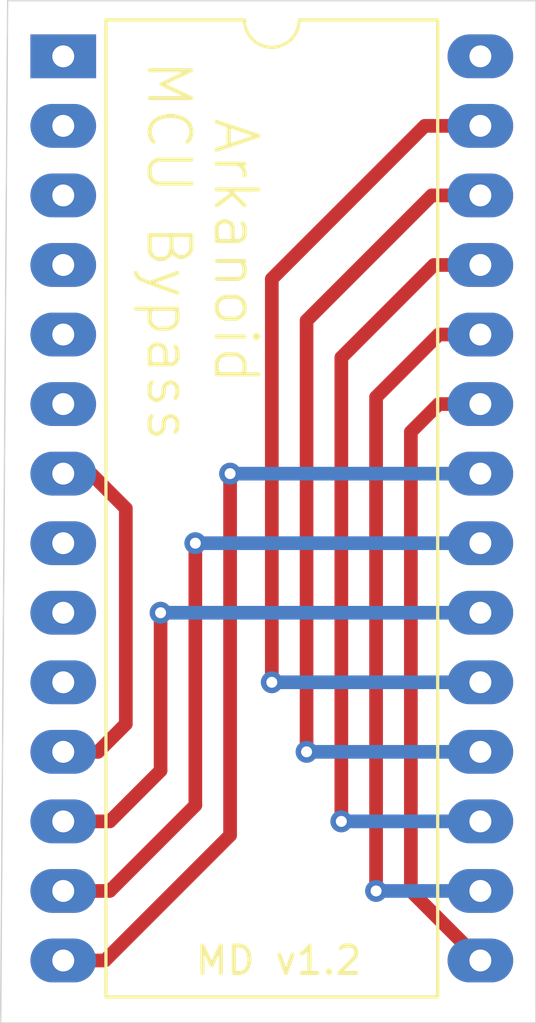
<source format=kicad_pcb>
(kicad_pcb (version 20171130) (host pcbnew 5.1.12-84ad8e8a86~92~ubuntu20.04.1)

  (general
    (thickness 1.6)
    (drawings 6)
    (tracks 47)
    (zones 0)
    (modules 1)
    (nets 20)
  )

  (page USLetter)
  (title_block
    (title "Arkanoid MCU Bypass")
    (date 2022-07-29)
    (rev 1.2)
    (company "Marc Deslauriers")
  )

  (layers
    (0 F.Cu signal)
    (31 B.Cu signal)
    (32 B.Adhes user)
    (33 F.Adhes user)
    (34 B.Paste user)
    (35 F.Paste user)
    (36 B.SilkS user)
    (37 F.SilkS user)
    (38 B.Mask user)
    (39 F.Mask user)
    (40 Dwgs.User user)
    (41 Cmts.User user)
    (42 Eco1.User user)
    (43 Eco2.User user)
    (44 Edge.Cuts user)
    (45 Margin user)
    (46 B.CrtYd user)
    (47 F.CrtYd user)
    (48 B.Fab user)
    (49 F.Fab user)
  )

  (setup
    (last_trace_width 0.25)
    (user_trace_width 0.5)
    (trace_clearance 0.2)
    (zone_clearance 0.508)
    (zone_45_only no)
    (trace_min 0.2)
    (via_size 0.8)
    (via_drill 0.4)
    (via_min_size 0.4)
    (via_min_drill 0.3)
    (uvia_size 0.3)
    (uvia_drill 0.1)
    (uvias_allowed no)
    (uvia_min_size 0.2)
    (uvia_min_drill 0.1)
    (edge_width 0.05)
    (segment_width 0.2)
    (pcb_text_width 0.3)
    (pcb_text_size 1.5 1.5)
    (mod_edge_width 0.12)
    (mod_text_size 1 1)
    (mod_text_width 0.15)
    (pad_size 1.524 1.524)
    (pad_drill 0.762)
    (pad_to_mask_clearance 0)
    (aux_axis_origin 0 0)
    (visible_elements FFFFFF7F)
    (pcbplotparams
      (layerselection 0x010fc_ffffffff)
      (usegerberextensions true)
      (usegerberattributes false)
      (usegerberadvancedattributes false)
      (creategerberjobfile false)
      (excludeedgelayer true)
      (linewidth 0.100000)
      (plotframeref false)
      (viasonmask false)
      (mode 1)
      (useauxorigin false)
      (hpglpennumber 1)
      (hpglpenspeed 20)
      (hpglpendiameter 15.000000)
      (psnegative false)
      (psa4output false)
      (plotreference true)
      (plotvalue false)
      (plotinvisibletext false)
      (padsonsilk false)
      (subtractmaskfromsilk true)
      (outputformat 1)
      (mirror false)
      (drillshape 0)
      (scaleselection 1)
      (outputdirectory "gerbers/"))
  )

  (net 0 "")
  (net 1 "Net-(J1-Pad28)")
  (net 2 "Net-(J1-Pad14)")
  (net 3 "Net-(J1-Pad19)")
  (net 4 "Net-(J1-Pad13)")
  (net 5 "Net-(J1-Pad18)")
  (net 6 "Net-(J1-Pad12)")
  (net 7 "Net-(J1-Pad17)")
  (net 8 "Net-(J1-Pad11)")
  (net 9 "Net-(J1-Pad16)")
  (net 10 "Net-(J1-Pad10)")
  (net 11 "Net-(J1-Pad15)")
  (net 12 "Net-(J1-Pad9)")
  (net 13 "Net-(J1-Pad8)")
  (net 14 "Net-(J1-Pad6)")
  (net 15 "Net-(J1-Pad5)")
  (net 16 "Net-(J1-Pad4)")
  (net 17 "Net-(J1-Pad3)")
  (net 18 "Net-(J1-Pad2)")
  (net 19 "Net-(J1-Pad1)")

  (net_class Default "This is the default net class."
    (clearance 0.2)
    (trace_width 0.25)
    (via_dia 0.8)
    (via_drill 0.4)
    (uvia_dia 0.3)
    (uvia_drill 0.1)
    (add_net "Net-(J1-Pad1)")
    (add_net "Net-(J1-Pad10)")
    (add_net "Net-(J1-Pad11)")
    (add_net "Net-(J1-Pad12)")
    (add_net "Net-(J1-Pad13)")
    (add_net "Net-(J1-Pad14)")
    (add_net "Net-(J1-Pad15)")
    (add_net "Net-(J1-Pad16)")
    (add_net "Net-(J1-Pad17)")
    (add_net "Net-(J1-Pad18)")
    (add_net "Net-(J1-Pad19)")
    (add_net "Net-(J1-Pad2)")
    (add_net "Net-(J1-Pad28)")
    (add_net "Net-(J1-Pad3)")
    (add_net "Net-(J1-Pad4)")
    (add_net "Net-(J1-Pad5)")
    (add_net "Net-(J1-Pad6)")
    (add_net "Net-(J1-Pad8)")
    (add_net "Net-(J1-Pad9)")
  )

  (module Package_DIP:DIP-28_W15.24mm_LongPads (layer F.Cu) (tedit 5A02E8C5) (tstamp 62C9DA65)
    (at 145.034 54.61)
    (descr "28-lead though-hole mounted DIP package, row spacing 15.24 mm (600 mils), LongPads")
    (tags "THT DIP DIL PDIP 2.54mm 15.24mm 600mil LongPads")
    (path /62C97D34)
    (fp_text reference J1 (at 7.62 -2.33) (layer F.SilkS) hide
      (effects (font (size 1 1) (thickness 0.15)))
    )
    (fp_text value DIP28 (at 7.62 35.35) (layer F.Fab) hide
      (effects (font (size 1 1) (thickness 0.15)))
    )
    (fp_line (start 1.255 -1.27) (end 14.985 -1.27) (layer F.Fab) (width 0.1))
    (fp_line (start 14.985 -1.27) (end 14.985 34.29) (layer F.Fab) (width 0.1))
    (fp_line (start 14.985 34.29) (end 0.255 34.29) (layer F.Fab) (width 0.1))
    (fp_line (start 0.255 34.29) (end 0.255 -0.27) (layer F.Fab) (width 0.1))
    (fp_line (start 0.255 -0.27) (end 1.255 -1.27) (layer F.Fab) (width 0.1))
    (fp_line (start 6.62 -1.33) (end 1.56 -1.33) (layer F.SilkS) (width 0.12))
    (fp_line (start 1.56 -1.33) (end 1.56 34.35) (layer F.SilkS) (width 0.12))
    (fp_line (start 1.56 34.35) (end 13.68 34.35) (layer F.SilkS) (width 0.12))
    (fp_line (start 13.68 34.35) (end 13.68 -1.33) (layer F.SilkS) (width 0.12))
    (fp_line (start 13.68 -1.33) (end 8.62 -1.33) (layer F.SilkS) (width 0.12))
    (fp_line (start -1.5 -1.55) (end -1.5 34.55) (layer F.CrtYd) (width 0.05))
    (fp_line (start -1.5 34.55) (end 16.7 34.55) (layer F.CrtYd) (width 0.05))
    (fp_line (start 16.7 34.55) (end 16.7 -1.55) (layer F.CrtYd) (width 0.05))
    (fp_line (start 16.7 -1.55) (end -1.5 -1.55) (layer F.CrtYd) (width 0.05))
    (fp_text user %R (at 7.62 16.51) (layer F.Fab) hide
      (effects (font (size 1 1) (thickness 0.15)))
    )
    (fp_arc (start 7.62 -1.33) (end 6.62 -1.33) (angle -180) (layer F.SilkS) (width 0.12))
    (pad 28 thru_hole oval (at 15.24 0) (size 2.4 1.6) (drill 0.8) (layers *.Cu *.Mask)
      (net 1 "Net-(J1-Pad28)"))
    (pad 14 thru_hole oval (at 0 33.02) (size 2.4 1.6) (drill 0.8) (layers *.Cu *.Mask)
      (net 2 "Net-(J1-Pad14)"))
    (pad 27 thru_hole oval (at 15.24 2.54) (size 2.4 1.6) (drill 0.8) (layers *.Cu *.Mask)
      (net 3 "Net-(J1-Pad19)"))
    (pad 13 thru_hole oval (at 0 30.48) (size 2.4 1.6) (drill 0.8) (layers *.Cu *.Mask)
      (net 4 "Net-(J1-Pad13)"))
    (pad 26 thru_hole oval (at 15.24 5.08) (size 2.4 1.6) (drill 0.8) (layers *.Cu *.Mask)
      (net 5 "Net-(J1-Pad18)"))
    (pad 12 thru_hole oval (at 0 27.94) (size 2.4 1.6) (drill 0.8) (layers *.Cu *.Mask)
      (net 6 "Net-(J1-Pad12)"))
    (pad 25 thru_hole oval (at 15.24 7.62) (size 2.4 1.6) (drill 0.8) (layers *.Cu *.Mask)
      (net 7 "Net-(J1-Pad17)"))
    (pad 11 thru_hole oval (at 0 25.4) (size 2.4 1.6) (drill 0.8) (layers *.Cu *.Mask)
      (net 8 "Net-(J1-Pad11)"))
    (pad 24 thru_hole oval (at 15.24 10.16) (size 2.4 1.6) (drill 0.8) (layers *.Cu *.Mask)
      (net 9 "Net-(J1-Pad16)"))
    (pad 10 thru_hole oval (at 0 22.86) (size 2.4 1.6) (drill 0.8) (layers *.Cu *.Mask)
      (net 10 "Net-(J1-Pad10)"))
    (pad 23 thru_hole oval (at 15.24 12.7) (size 2.4 1.6) (drill 0.8) (layers *.Cu *.Mask)
      (net 11 "Net-(J1-Pad15)"))
    (pad 9 thru_hole oval (at 0 20.32) (size 2.4 1.6) (drill 0.8) (layers *.Cu *.Mask)
      (net 12 "Net-(J1-Pad9)"))
    (pad 22 thru_hole oval (at 15.24 15.24) (size 2.4 1.6) (drill 0.8) (layers *.Cu *.Mask)
      (net 2 "Net-(J1-Pad14)"))
    (pad 8 thru_hole oval (at 0 17.78) (size 2.4 1.6) (drill 0.8) (layers *.Cu *.Mask)
      (net 13 "Net-(J1-Pad8)"))
    (pad 21 thru_hole oval (at 15.24 17.78) (size 2.4 1.6) (drill 0.8) (layers *.Cu *.Mask)
      (net 4 "Net-(J1-Pad13)"))
    (pad 7 thru_hole oval (at 0 15.24) (size 2.4 1.6) (drill 0.8) (layers *.Cu *.Mask)
      (net 8 "Net-(J1-Pad11)"))
    (pad 20 thru_hole oval (at 15.24 20.32) (size 2.4 1.6) (drill 0.8) (layers *.Cu *.Mask)
      (net 6 "Net-(J1-Pad12)"))
    (pad 6 thru_hole oval (at 0 12.7) (size 2.4 1.6) (drill 0.8) (layers *.Cu *.Mask)
      (net 14 "Net-(J1-Pad6)"))
    (pad 19 thru_hole oval (at 15.24 22.86) (size 2.4 1.6) (drill 0.8) (layers *.Cu *.Mask)
      (net 3 "Net-(J1-Pad19)"))
    (pad 5 thru_hole oval (at 0 10.16) (size 2.4 1.6) (drill 0.8) (layers *.Cu *.Mask)
      (net 15 "Net-(J1-Pad5)"))
    (pad 18 thru_hole oval (at 15.24 25.4) (size 2.4 1.6) (drill 0.8) (layers *.Cu *.Mask)
      (net 5 "Net-(J1-Pad18)"))
    (pad 4 thru_hole oval (at 0 7.62) (size 2.4 1.6) (drill 0.8) (layers *.Cu *.Mask)
      (net 16 "Net-(J1-Pad4)"))
    (pad 17 thru_hole oval (at 15.24 27.94) (size 2.4 1.6) (drill 0.8) (layers *.Cu *.Mask)
      (net 7 "Net-(J1-Pad17)"))
    (pad 3 thru_hole oval (at 0 5.08) (size 2.4 1.6) (drill 0.8) (layers *.Cu *.Mask)
      (net 17 "Net-(J1-Pad3)"))
    (pad 16 thru_hole oval (at 15.24 30.48) (size 2.4 1.6) (drill 0.8) (layers *.Cu *.Mask)
      (net 9 "Net-(J1-Pad16)"))
    (pad 2 thru_hole oval (at 0 2.54) (size 2.4 1.6) (drill 0.8) (layers *.Cu *.Mask)
      (net 18 "Net-(J1-Pad2)"))
    (pad 15 thru_hole oval (at 15.24 33.02) (size 2.4 1.6) (drill 0.8) (layers *.Cu *.Mask)
      (net 11 "Net-(J1-Pad15)"))
    (pad 1 thru_hole rect (at 0 0) (size 2.4 1.6) (drill 0.8) (layers *.Cu *.Mask)
      (net 19 "Net-(J1-Pad1)"))
  )

  (gr_line (start 142.748 89.916) (end 143.002 52.578) (layer Edge.Cuts) (width 0.05) (tstamp 62C9DECC))
  (gr_line (start 162.306 89.916) (end 142.748 89.916) (layer Edge.Cuts) (width 0.05))
  (gr_line (start 162.306 52.578) (end 162.306 89.916) (layer Edge.Cuts) (width 0.05))
  (gr_line (start 143.002 52.578) (end 162.306 52.578) (layer Edge.Cuts) (width 0.05))
  (gr_text "MD v1.2" (at 152.908 87.63) (layer F.SilkS)
    (effects (font (size 1 1) (thickness 0.15)))
  )
  (gr_text "Arkanoid\nMCU Bypass" (at 150.114 61.722 270) (layer F.SilkS)
    (effects (font (size 1.524 1.524) (thickness 0.15)))
  )

  (segment (start 145.034 87.63) (end 146.558 87.63) (width 0.5) (layer F.Cu) (net 2))
  (segment (start 146.558 87.63) (end 151.13 83.058) (width 0.5) (layer F.Cu) (net 2))
  (segment (start 151.13 83.058) (end 151.13 69.85) (width 0.5) (layer F.Cu) (net 2))
  (via (at 151.13 69.85) (size 0.8) (drill 0.4) (layers F.Cu B.Cu) (net 2))
  (segment (start 151.13 69.85) (end 160.274 69.85) (width 0.5) (layer B.Cu) (net 2))
  (via (at 152.654004 77.47) (size 0.8) (drill 0.4) (layers F.Cu B.Cu) (net 3))
  (segment (start 160.274 77.47) (end 158.574 77.47) (width 0.5) (layer B.Cu) (net 3))
  (segment (start 152.654004 62.737996) (end 152.654004 77.47) (width 0.5) (layer F.Cu) (net 3))
  (segment (start 158.574 77.47) (end 152.654004 77.47) (width 0.5) (layer B.Cu) (net 3))
  (segment (start 160.274 57.15) (end 158.242 57.15) (width 0.5) (layer F.Cu) (net 3))
  (segment (start 158.242 57.15) (end 152.654004 62.737996) (width 0.5) (layer F.Cu) (net 3))
  (segment (start 149.86 81.964) (end 149.86 72.39) (width 0.5) (layer F.Cu) (net 4))
  (segment (start 146.734 85.09) (end 149.86 81.964) (width 0.5) (layer F.Cu) (net 4))
  (segment (start 145.034 85.09) (end 146.734 85.09) (width 0.5) (layer F.Cu) (net 4))
  (segment (start 160.274 72.39) (end 149.86 72.39) (width 0.5) (layer B.Cu) (net 4))
  (via (at 149.86 72.39) (size 0.8) (drill 0.4) (layers F.Cu B.Cu) (net 4))
  (via (at 153.923994 80.01) (size 0.8) (drill 0.4) (layers F.Cu B.Cu) (net 5))
  (segment (start 160.274 80.01) (end 153.923994 80.01) (width 0.5) (layer B.Cu) (net 5))
  (segment (start 153.923994 64.262006) (end 153.923994 80.01) (width 0.5) (layer F.Cu) (net 5))
  (segment (start 160.274 59.69) (end 158.496 59.69) (width 0.5) (layer F.Cu) (net 5))
  (segment (start 158.496 59.69) (end 153.923994 64.262006) (width 0.5) (layer F.Cu) (net 5))
  (via (at 148.59 74.93) (size 0.8) (drill 0.4) (layers F.Cu B.Cu) (net 6))
  (segment (start 160.274 74.93) (end 148.59 74.93) (width 0.5) (layer B.Cu) (net 6))
  (segment (start 145.034 82.55) (end 146.734 82.55) (width 0.5) (layer F.Cu) (net 6))
  (segment (start 146.734 82.55) (end 148.59 80.694) (width 0.5) (layer F.Cu) (net 6))
  (segment (start 148.59 80.694) (end 148.59 74.93) (width 0.5) (layer F.Cu) (net 6))
  (via (at 155.194001 82.550001) (size 0.8) (drill 0.4) (layers F.Cu B.Cu) (net 7))
  (segment (start 160.274 82.55) (end 155.759686 82.550001) (width 0.5) (layer B.Cu) (net 7))
  (segment (start 155.759686 82.550001) (end 155.194001 82.550001) (width 0.5) (layer B.Cu) (net 7))
  (segment (start 158.574 62.23) (end 155.194001 65.609999) (width 0.5) (layer F.Cu) (net 7))
  (segment (start 160.274 62.23) (end 158.574 62.23) (width 0.5) (layer F.Cu) (net 7))
  (segment (start 155.194001 65.609999) (end 155.194001 82.550001) (width 0.5) (layer F.Cu) (net 7))
  (segment (start 146.304 80.01) (end 145.034 80.01) (width 0.5) (layer F.Cu) (net 8))
  (segment (start 147.32 78.994) (end 146.304 80.01) (width 0.5) (layer F.Cu) (net 8))
  (segment (start 147.32 71.12) (end 147.32 78.994) (width 0.5) (layer F.Cu) (net 8))
  (segment (start 146.05 69.85) (end 147.32 71.12) (width 0.5) (layer F.Cu) (net 8))
  (segment (start 145.034 69.85) (end 146.05 69.85) (width 0.5) (layer F.Cu) (net 8))
  (segment (start 156.464 68.58) (end 156.464 85.09) (width 0.5) (layer F.Cu) (net 9))
  (via (at 156.464 85.09) (size 0.8) (drill 0.4) (layers F.Cu B.Cu) (net 9))
  (segment (start 156.464 85.09) (end 160.274 85.09) (width 0.5) (layer B.Cu) (net 9))
  (segment (start 160.274 64.77) (end 158.75 64.77) (width 0.5) (layer F.Cu) (net 9))
  (segment (start 156.464 67.056) (end 156.464 68.58) (width 0.5) (layer F.Cu) (net 9))
  (segment (start 158.75 64.77) (end 156.464 67.056) (width 0.5) (layer F.Cu) (net 9))
  (segment (start 157.734 85.09) (end 160.274 87.63) (width 0.5) (layer F.Cu) (net 11))
  (segment (start 157.734 68.326) (end 157.734 85.09) (width 0.5) (layer F.Cu) (net 11))
  (segment (start 158.75 67.31) (end 157.734 68.326) (width 0.5) (layer F.Cu) (net 11))
  (segment (start 160.274 67.31) (end 158.75 67.31) (width 0.5) (layer F.Cu) (net 11))

)

</source>
